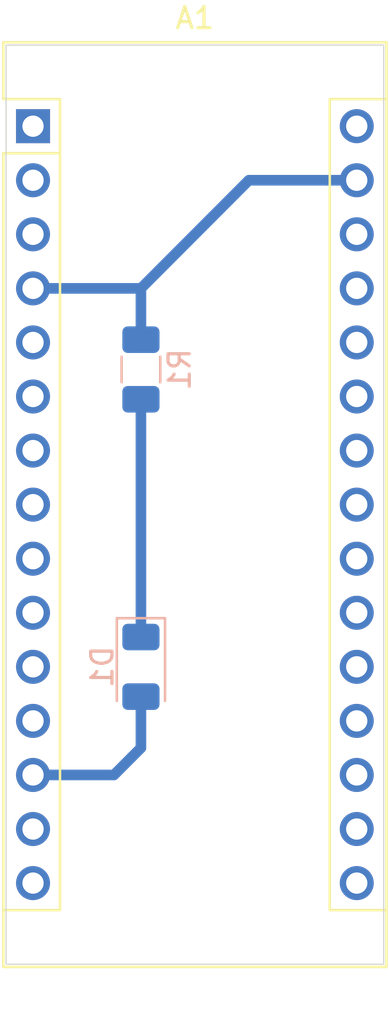
<source format=kicad_pcb>
(kicad_pcb (version 20171130) (host pcbnew 5.1.5+dfsg1-2build2)

  (general
    (thickness 1.6)
    (drawings 4)
    (tracks 9)
    (zones 0)
    (modules 3)
    (nets 4)
  )

  (page A4)
  (title_block
    (title test)
    (date 2020-08-06)
    (rev v2.0)
  )

  (layers
    (0 F.Cu signal)
    (31 B.Cu signal)
    (32 B.Adhes user)
    (33 F.Adhes user)
    (34 B.Paste user)
    (35 F.Paste user)
    (36 B.SilkS user)
    (37 F.SilkS user)
    (38 B.Mask user)
    (39 F.Mask user)
    (40 Dwgs.User user)
    (41 Cmts.User user)
    (42 Eco1.User user)
    (43 Eco2.User user)
    (44 Edge.Cuts user)
    (45 Margin user)
    (46 B.CrtYd user)
    (47 F.CrtYd user)
    (48 B.Fab user)
    (49 F.Fab user)
  )

  (setup
    (last_trace_width 0.25)
    (trace_clearance 0.2)
    (zone_clearance 0.508)
    (zone_45_only no)
    (trace_min 0.2)
    (via_size 0.8)
    (via_drill 0.4)
    (via_min_size 0.4)
    (via_min_drill 0.3)
    (uvia_size 0.3)
    (uvia_drill 0.1)
    (uvias_allowed no)
    (uvia_min_size 0.2)
    (uvia_min_drill 0.1)
    (edge_width 0.05)
    (segment_width 0.2)
    (pcb_text_width 0.3)
    (pcb_text_size 1.5 1.5)
    (mod_edge_width 0.12)
    (mod_text_size 1 1)
    (mod_text_width 0.15)
    (pad_size 1.524 1.524)
    (pad_drill 0.762)
    (pad_to_mask_clearance 0.051)
    (solder_mask_min_width 0.25)
    (aux_axis_origin 0 0)
    (visible_elements FFFFFF7F)
    (pcbplotparams
      (layerselection 0x010fc_ffffffff)
      (usegerberextensions false)
      (usegerberattributes false)
      (usegerberadvancedattributes false)
      (creategerberjobfile false)
      (excludeedgelayer true)
      (linewidth 0.100000)
      (plotframeref false)
      (viasonmask false)
      (mode 1)
      (useauxorigin false)
      (hpglpennumber 1)
      (hpglpenspeed 20)
      (hpglpendiameter 15.000000)
      (psnegative false)
      (psa4output false)
      (plotreference true)
      (plotvalue true)
      (plotinvisibletext false)
      (padsonsilk false)
      (subtractmaskfromsilk false)
      (outputformat 1)
      (mirror false)
      (drillshape 1)
      (scaleselection 1)
      (outputdirectory ""))
  )

  (net 0 "")
  (net 1 GND)
  (net 2 "Net-(A1-Pad13)")
  (net 3 "Net-(D1-Pad1)")

  (net_class Default "This is the default net class."
    (clearance 0.2)
    (trace_width 0.25)
    (via_dia 0.8)
    (via_drill 0.4)
    (uvia_dia 0.3)
    (uvia_drill 0.1)
    (add_net GND)
    (add_net "Net-(A1-Pad13)")
    (add_net "Net-(D1-Pad1)")
  )

  (module LED_SMD:LED_1206_3216Metric (layer B.Cu) (tedit 5B301BBE) (tstamp 5F2BC349)
    (at 132.08 101.6 270)
    (descr "LED SMD 1206 (3216 Metric), square (rectangular) end terminal, IPC_7351 nominal, (Body size source: http://www.tortai-tech.com/upload/download/2011102023233369053.pdf), generated with kicad-footprint-generator")
    (tags diode)
    (path /5F2C4A16)
    (attr smd)
    (fp_text reference D1 (at 0 1.82 270) (layer B.SilkS)
      (effects (font (size 1 1) (thickness 0.15)) (justify mirror))
    )
    (fp_text value LED (at 0 -1.82 270) (layer B.Fab)
      (effects (font (size 1 1) (thickness 0.15)) (justify mirror))
    )
    (fp_text user %R (at 0 0 270) (layer B.Fab)
      (effects (font (size 0.8 0.8) (thickness 0.12)) (justify mirror))
    )
    (fp_line (start 2.28 -1.12) (end -2.28 -1.12) (layer B.CrtYd) (width 0.05))
    (fp_line (start 2.28 1.12) (end 2.28 -1.12) (layer B.CrtYd) (width 0.05))
    (fp_line (start -2.28 1.12) (end 2.28 1.12) (layer B.CrtYd) (width 0.05))
    (fp_line (start -2.28 -1.12) (end -2.28 1.12) (layer B.CrtYd) (width 0.05))
    (fp_line (start -2.285 -1.135) (end 1.6 -1.135) (layer B.SilkS) (width 0.12))
    (fp_line (start -2.285 1.135) (end -2.285 -1.135) (layer B.SilkS) (width 0.12))
    (fp_line (start 1.6 1.135) (end -2.285 1.135) (layer B.SilkS) (width 0.12))
    (fp_line (start 1.6 -0.8) (end 1.6 0.8) (layer B.Fab) (width 0.1))
    (fp_line (start -1.6 -0.8) (end 1.6 -0.8) (layer B.Fab) (width 0.1))
    (fp_line (start -1.6 0.4) (end -1.6 -0.8) (layer B.Fab) (width 0.1))
    (fp_line (start -1.2 0.8) (end -1.6 0.4) (layer B.Fab) (width 0.1))
    (fp_line (start 1.6 0.8) (end -1.2 0.8) (layer B.Fab) (width 0.1))
    (pad 2 smd roundrect (at 1.4 0 270) (size 1.25 1.75) (layers B.Cu B.Paste B.Mask) (roundrect_rratio 0.2)
      (net 2 "Net-(A1-Pad13)"))
    (pad 1 smd roundrect (at -1.4 0 270) (size 1.25 1.75) (layers B.Cu B.Paste B.Mask) (roundrect_rratio 0.2)
      (net 3 "Net-(D1-Pad1)"))
    (model ${KISYS3DMOD}/LED_SMD.3dshapes/LED_1206_3216Metric.wrl
      (at (xyz 0 0 0))
      (scale (xyz 1 1 1))
      (rotate (xyz 0 0 0))
    )
  )

  (module Resistor_SMD:R_1206_3216Metric (layer B.Cu) (tedit 5B301BBD) (tstamp 5F2BC35A)
    (at 132.08 87.63 90)
    (descr "Resistor SMD 1206 (3216 Metric), square (rectangular) end terminal, IPC_7351 nominal, (Body size source: http://www.tortai-tech.com/upload/download/2011102023233369053.pdf), generated with kicad-footprint-generator")
    (tags resistor)
    (path /5F2C57D7)
    (attr smd)
    (fp_text reference R1 (at 0 1.82 270) (layer B.SilkS)
      (effects (font (size 1 1) (thickness 0.15)) (justify mirror))
    )
    (fp_text value R (at 0 -1.82 270) (layer B.Fab)
      (effects (font (size 1 1) (thickness 0.15)) (justify mirror))
    )
    (fp_text user %R (at 0 0 270) (layer B.Fab)
      (effects (font (size 0.8 0.8) (thickness 0.12)) (justify mirror))
    )
    (fp_line (start 2.28 -1.12) (end -2.28 -1.12) (layer B.CrtYd) (width 0.05))
    (fp_line (start 2.28 1.12) (end 2.28 -1.12) (layer B.CrtYd) (width 0.05))
    (fp_line (start -2.28 1.12) (end 2.28 1.12) (layer B.CrtYd) (width 0.05))
    (fp_line (start -2.28 -1.12) (end -2.28 1.12) (layer B.CrtYd) (width 0.05))
    (fp_line (start -0.602064 -0.91) (end 0.602064 -0.91) (layer B.SilkS) (width 0.12))
    (fp_line (start -0.602064 0.91) (end 0.602064 0.91) (layer B.SilkS) (width 0.12))
    (fp_line (start 1.6 -0.8) (end -1.6 -0.8) (layer B.Fab) (width 0.1))
    (fp_line (start 1.6 0.8) (end 1.6 -0.8) (layer B.Fab) (width 0.1))
    (fp_line (start -1.6 0.8) (end 1.6 0.8) (layer B.Fab) (width 0.1))
    (fp_line (start -1.6 -0.8) (end -1.6 0.8) (layer B.Fab) (width 0.1))
    (pad 2 smd roundrect (at 1.4 0 90) (size 1.25 1.75) (layers B.Cu B.Paste B.Mask) (roundrect_rratio 0.2)
      (net 1 GND))
    (pad 1 smd roundrect (at -1.4 0 90) (size 1.25 1.75) (layers B.Cu B.Paste B.Mask) (roundrect_rratio 0.2)
      (net 3 "Net-(D1-Pad1)"))
    (model ${KISYS3DMOD}/Resistor_SMD.3dshapes/R_1206_3216Metric.wrl
      (at (xyz 0 0 0))
      (scale (xyz 1 1 1))
      (rotate (xyz 0 0 0))
    )
  )

  (module Module:Arduino_Nano (layer F.Cu) (tedit 58ACAF70) (tstamp 5F2BC336)
    (at 127 76.2)
    (descr "Arduino Nano, http://www.mouser.com/pdfdocs/Gravitech_Arduino_Nano3_0.pdf")
    (tags "Arduino Nano")
    (path /5F2BC279)
    (fp_text reference A1 (at 7.62 -5.08) (layer F.SilkS)
      (effects (font (size 1 1) (thickness 0.15)))
    )
    (fp_text value Arduino_Nano_v2.x (at 8.89 19.05 90) (layer F.Fab)
      (effects (font (size 1 1) (thickness 0.15)))
    )
    (fp_line (start 16.75 42.16) (end -1.53 42.16) (layer F.CrtYd) (width 0.05))
    (fp_line (start 16.75 42.16) (end 16.75 -4.06) (layer F.CrtYd) (width 0.05))
    (fp_line (start -1.53 -4.06) (end -1.53 42.16) (layer F.CrtYd) (width 0.05))
    (fp_line (start -1.53 -4.06) (end 16.75 -4.06) (layer F.CrtYd) (width 0.05))
    (fp_line (start 16.51 -3.81) (end 16.51 39.37) (layer F.Fab) (width 0.1))
    (fp_line (start 0 -3.81) (end 16.51 -3.81) (layer F.Fab) (width 0.1))
    (fp_line (start -1.27 -2.54) (end 0 -3.81) (layer F.Fab) (width 0.1))
    (fp_line (start -1.27 39.37) (end -1.27 -2.54) (layer F.Fab) (width 0.1))
    (fp_line (start 16.51 39.37) (end -1.27 39.37) (layer F.Fab) (width 0.1))
    (fp_line (start 16.64 -3.94) (end -1.4 -3.94) (layer F.SilkS) (width 0.12))
    (fp_line (start 16.64 39.5) (end 16.64 -3.94) (layer F.SilkS) (width 0.12))
    (fp_line (start -1.4 39.5) (end 16.64 39.5) (layer F.SilkS) (width 0.12))
    (fp_line (start 3.81 41.91) (end 3.81 31.75) (layer F.Fab) (width 0.1))
    (fp_line (start 11.43 41.91) (end 3.81 41.91) (layer F.Fab) (width 0.1))
    (fp_line (start 11.43 31.75) (end 11.43 41.91) (layer F.Fab) (width 0.1))
    (fp_line (start 3.81 31.75) (end 11.43 31.75) (layer F.Fab) (width 0.1))
    (fp_line (start 1.27 36.83) (end -1.4 36.83) (layer F.SilkS) (width 0.12))
    (fp_line (start 1.27 1.27) (end 1.27 36.83) (layer F.SilkS) (width 0.12))
    (fp_line (start 1.27 1.27) (end -1.4 1.27) (layer F.SilkS) (width 0.12))
    (fp_line (start 13.97 36.83) (end 16.64 36.83) (layer F.SilkS) (width 0.12))
    (fp_line (start 13.97 -1.27) (end 13.97 36.83) (layer F.SilkS) (width 0.12))
    (fp_line (start 13.97 -1.27) (end 16.64 -1.27) (layer F.SilkS) (width 0.12))
    (fp_line (start -1.4 -3.94) (end -1.4 -1.27) (layer F.SilkS) (width 0.12))
    (fp_line (start -1.4 1.27) (end -1.4 39.5) (layer F.SilkS) (width 0.12))
    (fp_line (start 1.27 -1.27) (end -1.4 -1.27) (layer F.SilkS) (width 0.12))
    (fp_line (start 1.27 1.27) (end 1.27 -1.27) (layer F.SilkS) (width 0.12))
    (fp_text user %R (at 6.35 19.05 90) (layer F.Fab)
      (effects (font (size 1 1) (thickness 0.15)))
    )
    (pad 16 thru_hole oval (at 15.24 35.56) (size 1.6 1.6) (drill 1) (layers *.Cu *.Mask))
    (pad 15 thru_hole oval (at 0 35.56) (size 1.6 1.6) (drill 1) (layers *.Cu *.Mask))
    (pad 30 thru_hole oval (at 15.24 0) (size 1.6 1.6) (drill 1) (layers *.Cu *.Mask))
    (pad 14 thru_hole oval (at 0 33.02) (size 1.6 1.6) (drill 1) (layers *.Cu *.Mask))
    (pad 29 thru_hole oval (at 15.24 2.54) (size 1.6 1.6) (drill 1) (layers *.Cu *.Mask)
      (net 1 GND))
    (pad 13 thru_hole oval (at 0 30.48) (size 1.6 1.6) (drill 1) (layers *.Cu *.Mask)
      (net 2 "Net-(A1-Pad13)"))
    (pad 28 thru_hole oval (at 15.24 5.08) (size 1.6 1.6) (drill 1) (layers *.Cu *.Mask))
    (pad 12 thru_hole oval (at 0 27.94) (size 1.6 1.6) (drill 1) (layers *.Cu *.Mask))
    (pad 27 thru_hole oval (at 15.24 7.62) (size 1.6 1.6) (drill 1) (layers *.Cu *.Mask))
    (pad 11 thru_hole oval (at 0 25.4) (size 1.6 1.6) (drill 1) (layers *.Cu *.Mask))
    (pad 26 thru_hole oval (at 15.24 10.16) (size 1.6 1.6) (drill 1) (layers *.Cu *.Mask))
    (pad 10 thru_hole oval (at 0 22.86) (size 1.6 1.6) (drill 1) (layers *.Cu *.Mask))
    (pad 25 thru_hole oval (at 15.24 12.7) (size 1.6 1.6) (drill 1) (layers *.Cu *.Mask))
    (pad 9 thru_hole oval (at 0 20.32) (size 1.6 1.6) (drill 1) (layers *.Cu *.Mask))
    (pad 24 thru_hole oval (at 15.24 15.24) (size 1.6 1.6) (drill 1) (layers *.Cu *.Mask))
    (pad 8 thru_hole oval (at 0 17.78) (size 1.6 1.6) (drill 1) (layers *.Cu *.Mask))
    (pad 23 thru_hole oval (at 15.24 17.78) (size 1.6 1.6) (drill 1) (layers *.Cu *.Mask))
    (pad 7 thru_hole oval (at 0 15.24) (size 1.6 1.6) (drill 1) (layers *.Cu *.Mask))
    (pad 22 thru_hole oval (at 15.24 20.32) (size 1.6 1.6) (drill 1) (layers *.Cu *.Mask))
    (pad 6 thru_hole oval (at 0 12.7) (size 1.6 1.6) (drill 1) (layers *.Cu *.Mask))
    (pad 21 thru_hole oval (at 15.24 22.86) (size 1.6 1.6) (drill 1) (layers *.Cu *.Mask))
    (pad 5 thru_hole oval (at 0 10.16) (size 1.6 1.6) (drill 1) (layers *.Cu *.Mask))
    (pad 20 thru_hole oval (at 15.24 25.4) (size 1.6 1.6) (drill 1) (layers *.Cu *.Mask))
    (pad 4 thru_hole oval (at 0 7.62) (size 1.6 1.6) (drill 1) (layers *.Cu *.Mask)
      (net 1 GND))
    (pad 19 thru_hole oval (at 15.24 27.94) (size 1.6 1.6) (drill 1) (layers *.Cu *.Mask))
    (pad 3 thru_hole oval (at 0 5.08) (size 1.6 1.6) (drill 1) (layers *.Cu *.Mask))
    (pad 18 thru_hole oval (at 15.24 30.48) (size 1.6 1.6) (drill 1) (layers *.Cu *.Mask))
    (pad 2 thru_hole oval (at 0 2.54) (size 1.6 1.6) (drill 1) (layers *.Cu *.Mask))
    (pad 17 thru_hole oval (at 15.24 33.02) (size 1.6 1.6) (drill 1) (layers *.Cu *.Mask))
    (pad 1 thru_hole rect (at 0 0) (size 1.6 1.6) (drill 1) (layers *.Cu *.Mask))
    (model ${KISYS3DMOD}/Module.3dshapes/Arduino_Nano_WithMountingHoles.wrl
      (at (xyz 0 0 0))
      (scale (xyz 1 1 1))
      (rotate (xyz 0 0 0))
    )
  )

  (gr_line (start 125.73 72.39) (end 125.73 115.57) (layer Edge.Cuts) (width 0.05) (tstamp 5F2BC605))
  (gr_line (start 143.51 72.39) (end 125.73 72.39) (layer Edge.Cuts) (width 0.05))
  (gr_line (start 143.51 115.57) (end 143.51 72.39) (layer Edge.Cuts) (width 0.05))
  (gr_line (start 125.73 115.57) (end 143.51 115.57) (layer Edge.Cuts) (width 0.05))

  (segment (start 127 83.82) (end 132.08 83.82) (width 0.5) (layer B.Cu) (net 1))
  (segment (start 132.08 83.82) (end 137.16 78.74) (width 0.5) (layer B.Cu) (net 1))
  (segment (start 137.16 78.74) (end 142.24 78.74) (width 0.5) (layer B.Cu) (net 1))
  (segment (start 132.08 86.23) (end 132.08 83.82) (width 0.5) (layer B.Cu) (net 1))
  (segment (start 132.08 103) (end 132.08 105.41) (width 0.5) (layer B.Cu) (net 2))
  (segment (start 132.08 105.41) (end 130.81 106.68) (width 0.5) (layer B.Cu) (net 2))
  (segment (start 130.81 106.68) (end 127 106.68) (width 0.5) (layer B.Cu) (net 2))
  (segment (start 132.08 100.2) (end 132.08 99.575) (width 0.5) (layer B.Cu) (net 3))
  (segment (start 132.08 89.03) (end 132.08 99.575) (width 0.5) (layer B.Cu) (net 3))

)

</source>
